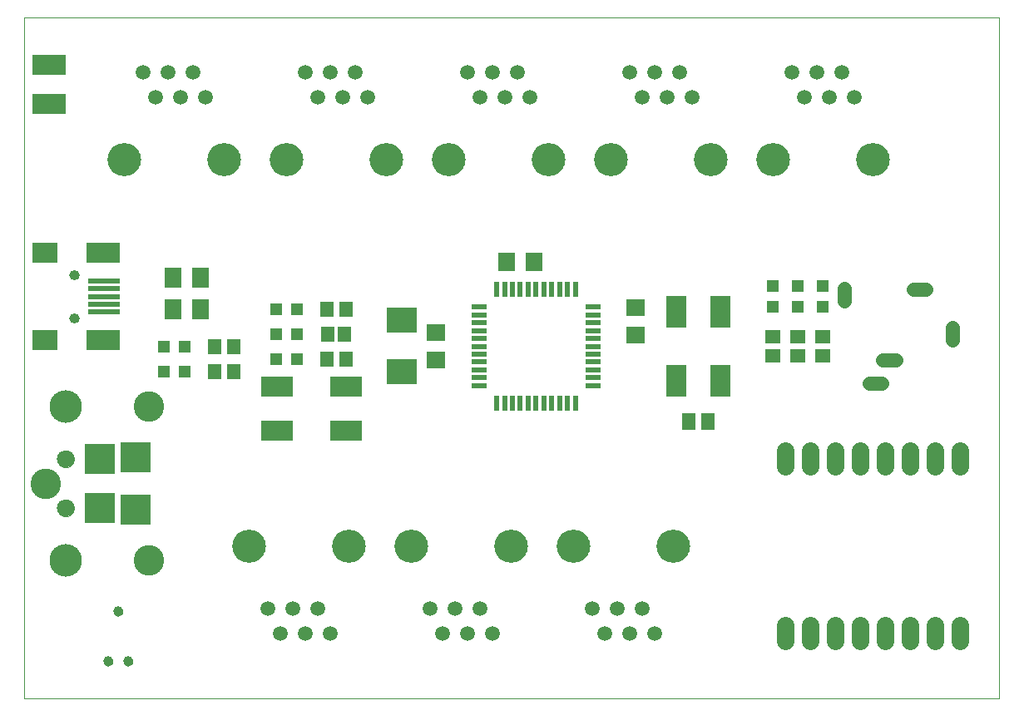
<source format=gts>
G75*
%MOIN*%
%OFA0B0*%
%FSLAX24Y24*%
%IPPOS*%
%LPD*%
%AMOC8*
5,1,8,0,0,1.08239X$1,22.5*
%
%ADD10C,0.0000*%
%ADD11C,0.0594*%
%ADD12C,0.1320*%
%ADD13C,0.1221*%
%ADD14C,0.1306*%
%ADD15R,0.1221X0.1221*%
%ADD16C,0.0709*%
%ADD17R,0.0512X0.0512*%
%ADD18R,0.0552X0.0631*%
%ADD19R,0.1379X0.0788*%
%ADD20R,0.0749X0.0670*%
%ADD21C,0.0390*%
%ADD22R,0.0237X0.0631*%
%ADD23R,0.0631X0.0237*%
%ADD24R,0.1290X0.0790*%
%ADD25R,0.0750X0.0670*%
%ADD26R,0.0552X0.0670*%
%ADD27R,0.0670X0.0749*%
%ADD28R,0.1221X0.1024*%
%ADD29R,0.1024X0.0827*%
%ADD30R,0.1339X0.0827*%
%ADD31R,0.1260X0.0237*%
%ADD32C,0.0394*%
%ADD33R,0.0670X0.0827*%
%ADD34R,0.0631X0.0552*%
%ADD35R,0.0790X0.1290*%
%ADD36C,0.0690*%
%ADD37C,0.0555*%
D10*
X012596Y000100D02*
X012596Y027396D01*
X051666Y027396D01*
X051666Y000100D01*
X012596Y000100D01*
X015771Y001575D02*
X015773Y001601D01*
X015779Y001627D01*
X015788Y001651D01*
X015801Y001674D01*
X015818Y001694D01*
X015837Y001712D01*
X015859Y001727D01*
X015882Y001738D01*
X015907Y001746D01*
X015933Y001750D01*
X015959Y001750D01*
X015985Y001746D01*
X016010Y001738D01*
X016034Y001727D01*
X016055Y001712D01*
X016074Y001694D01*
X016091Y001674D01*
X016104Y001651D01*
X016113Y001627D01*
X016119Y001601D01*
X016121Y001575D01*
X016119Y001549D01*
X016113Y001523D01*
X016104Y001499D01*
X016091Y001476D01*
X016074Y001456D01*
X016055Y001438D01*
X016033Y001423D01*
X016010Y001412D01*
X015985Y001404D01*
X015959Y001400D01*
X015933Y001400D01*
X015907Y001404D01*
X015882Y001412D01*
X015858Y001423D01*
X015837Y001438D01*
X015818Y001456D01*
X015801Y001476D01*
X015788Y001499D01*
X015779Y001523D01*
X015773Y001549D01*
X015771Y001575D01*
X016571Y001575D02*
X016573Y001601D01*
X016579Y001627D01*
X016588Y001651D01*
X016601Y001674D01*
X016618Y001694D01*
X016637Y001712D01*
X016659Y001727D01*
X016682Y001738D01*
X016707Y001746D01*
X016733Y001750D01*
X016759Y001750D01*
X016785Y001746D01*
X016810Y001738D01*
X016834Y001727D01*
X016855Y001712D01*
X016874Y001694D01*
X016891Y001674D01*
X016904Y001651D01*
X016913Y001627D01*
X016919Y001601D01*
X016921Y001575D01*
X016919Y001549D01*
X016913Y001523D01*
X016904Y001499D01*
X016891Y001476D01*
X016874Y001456D01*
X016855Y001438D01*
X016833Y001423D01*
X016810Y001412D01*
X016785Y001404D01*
X016759Y001400D01*
X016733Y001400D01*
X016707Y001404D01*
X016682Y001412D01*
X016658Y001423D01*
X016637Y001438D01*
X016618Y001456D01*
X016601Y001476D01*
X016588Y001499D01*
X016579Y001523D01*
X016573Y001549D01*
X016571Y001575D01*
X016171Y003575D02*
X016173Y003601D01*
X016179Y003627D01*
X016188Y003651D01*
X016201Y003674D01*
X016218Y003694D01*
X016237Y003712D01*
X016259Y003727D01*
X016282Y003738D01*
X016307Y003746D01*
X016333Y003750D01*
X016359Y003750D01*
X016385Y003746D01*
X016410Y003738D01*
X016434Y003727D01*
X016455Y003712D01*
X016474Y003694D01*
X016491Y003674D01*
X016504Y003651D01*
X016513Y003627D01*
X016519Y003601D01*
X016521Y003575D01*
X016519Y003549D01*
X016513Y003523D01*
X016504Y003499D01*
X016491Y003476D01*
X016474Y003456D01*
X016455Y003438D01*
X016433Y003423D01*
X016410Y003412D01*
X016385Y003404D01*
X016359Y003400D01*
X016333Y003400D01*
X016307Y003404D01*
X016282Y003412D01*
X016258Y003423D01*
X016237Y003438D01*
X016218Y003456D01*
X016201Y003476D01*
X016188Y003499D01*
X016179Y003523D01*
X016173Y003549D01*
X016171Y003575D01*
X020956Y006200D02*
X020958Y006250D01*
X020964Y006300D01*
X020974Y006349D01*
X020987Y006398D01*
X021005Y006445D01*
X021026Y006491D01*
X021050Y006534D01*
X021078Y006576D01*
X021109Y006616D01*
X021143Y006653D01*
X021180Y006687D01*
X021220Y006718D01*
X021262Y006746D01*
X021305Y006770D01*
X021351Y006791D01*
X021398Y006809D01*
X021447Y006822D01*
X021496Y006832D01*
X021546Y006838D01*
X021596Y006840D01*
X021646Y006838D01*
X021696Y006832D01*
X021745Y006822D01*
X021794Y006809D01*
X021841Y006791D01*
X021887Y006770D01*
X021930Y006746D01*
X021972Y006718D01*
X022012Y006687D01*
X022049Y006653D01*
X022083Y006616D01*
X022114Y006576D01*
X022142Y006534D01*
X022166Y006491D01*
X022187Y006445D01*
X022205Y006398D01*
X022218Y006349D01*
X022228Y006300D01*
X022234Y006250D01*
X022236Y006200D01*
X022234Y006150D01*
X022228Y006100D01*
X022218Y006051D01*
X022205Y006002D01*
X022187Y005955D01*
X022166Y005909D01*
X022142Y005866D01*
X022114Y005824D01*
X022083Y005784D01*
X022049Y005747D01*
X022012Y005713D01*
X021972Y005682D01*
X021930Y005654D01*
X021887Y005630D01*
X021841Y005609D01*
X021794Y005591D01*
X021745Y005578D01*
X021696Y005568D01*
X021646Y005562D01*
X021596Y005560D01*
X021546Y005562D01*
X021496Y005568D01*
X021447Y005578D01*
X021398Y005591D01*
X021351Y005609D01*
X021305Y005630D01*
X021262Y005654D01*
X021220Y005682D01*
X021180Y005713D01*
X021143Y005747D01*
X021109Y005784D01*
X021078Y005824D01*
X021050Y005866D01*
X021026Y005909D01*
X021005Y005955D01*
X020987Y006002D01*
X020974Y006051D01*
X020964Y006100D01*
X020958Y006150D01*
X020956Y006200D01*
X024956Y006200D02*
X024958Y006250D01*
X024964Y006300D01*
X024974Y006349D01*
X024987Y006398D01*
X025005Y006445D01*
X025026Y006491D01*
X025050Y006534D01*
X025078Y006576D01*
X025109Y006616D01*
X025143Y006653D01*
X025180Y006687D01*
X025220Y006718D01*
X025262Y006746D01*
X025305Y006770D01*
X025351Y006791D01*
X025398Y006809D01*
X025447Y006822D01*
X025496Y006832D01*
X025546Y006838D01*
X025596Y006840D01*
X025646Y006838D01*
X025696Y006832D01*
X025745Y006822D01*
X025794Y006809D01*
X025841Y006791D01*
X025887Y006770D01*
X025930Y006746D01*
X025972Y006718D01*
X026012Y006687D01*
X026049Y006653D01*
X026083Y006616D01*
X026114Y006576D01*
X026142Y006534D01*
X026166Y006491D01*
X026187Y006445D01*
X026205Y006398D01*
X026218Y006349D01*
X026228Y006300D01*
X026234Y006250D01*
X026236Y006200D01*
X026234Y006150D01*
X026228Y006100D01*
X026218Y006051D01*
X026205Y006002D01*
X026187Y005955D01*
X026166Y005909D01*
X026142Y005866D01*
X026114Y005824D01*
X026083Y005784D01*
X026049Y005747D01*
X026012Y005713D01*
X025972Y005682D01*
X025930Y005654D01*
X025887Y005630D01*
X025841Y005609D01*
X025794Y005591D01*
X025745Y005578D01*
X025696Y005568D01*
X025646Y005562D01*
X025596Y005560D01*
X025546Y005562D01*
X025496Y005568D01*
X025447Y005578D01*
X025398Y005591D01*
X025351Y005609D01*
X025305Y005630D01*
X025262Y005654D01*
X025220Y005682D01*
X025180Y005713D01*
X025143Y005747D01*
X025109Y005784D01*
X025078Y005824D01*
X025050Y005866D01*
X025026Y005909D01*
X025005Y005955D01*
X024987Y006002D01*
X024974Y006051D01*
X024964Y006100D01*
X024958Y006150D01*
X024956Y006200D01*
X027456Y006200D02*
X027458Y006250D01*
X027464Y006300D01*
X027474Y006349D01*
X027487Y006398D01*
X027505Y006445D01*
X027526Y006491D01*
X027550Y006534D01*
X027578Y006576D01*
X027609Y006616D01*
X027643Y006653D01*
X027680Y006687D01*
X027720Y006718D01*
X027762Y006746D01*
X027805Y006770D01*
X027851Y006791D01*
X027898Y006809D01*
X027947Y006822D01*
X027996Y006832D01*
X028046Y006838D01*
X028096Y006840D01*
X028146Y006838D01*
X028196Y006832D01*
X028245Y006822D01*
X028294Y006809D01*
X028341Y006791D01*
X028387Y006770D01*
X028430Y006746D01*
X028472Y006718D01*
X028512Y006687D01*
X028549Y006653D01*
X028583Y006616D01*
X028614Y006576D01*
X028642Y006534D01*
X028666Y006491D01*
X028687Y006445D01*
X028705Y006398D01*
X028718Y006349D01*
X028728Y006300D01*
X028734Y006250D01*
X028736Y006200D01*
X028734Y006150D01*
X028728Y006100D01*
X028718Y006051D01*
X028705Y006002D01*
X028687Y005955D01*
X028666Y005909D01*
X028642Y005866D01*
X028614Y005824D01*
X028583Y005784D01*
X028549Y005747D01*
X028512Y005713D01*
X028472Y005682D01*
X028430Y005654D01*
X028387Y005630D01*
X028341Y005609D01*
X028294Y005591D01*
X028245Y005578D01*
X028196Y005568D01*
X028146Y005562D01*
X028096Y005560D01*
X028046Y005562D01*
X027996Y005568D01*
X027947Y005578D01*
X027898Y005591D01*
X027851Y005609D01*
X027805Y005630D01*
X027762Y005654D01*
X027720Y005682D01*
X027680Y005713D01*
X027643Y005747D01*
X027609Y005784D01*
X027578Y005824D01*
X027550Y005866D01*
X027526Y005909D01*
X027505Y005955D01*
X027487Y006002D01*
X027474Y006051D01*
X027464Y006100D01*
X027458Y006150D01*
X027456Y006200D01*
X031456Y006200D02*
X031458Y006250D01*
X031464Y006300D01*
X031474Y006349D01*
X031487Y006398D01*
X031505Y006445D01*
X031526Y006491D01*
X031550Y006534D01*
X031578Y006576D01*
X031609Y006616D01*
X031643Y006653D01*
X031680Y006687D01*
X031720Y006718D01*
X031762Y006746D01*
X031805Y006770D01*
X031851Y006791D01*
X031898Y006809D01*
X031947Y006822D01*
X031996Y006832D01*
X032046Y006838D01*
X032096Y006840D01*
X032146Y006838D01*
X032196Y006832D01*
X032245Y006822D01*
X032294Y006809D01*
X032341Y006791D01*
X032387Y006770D01*
X032430Y006746D01*
X032472Y006718D01*
X032512Y006687D01*
X032549Y006653D01*
X032583Y006616D01*
X032614Y006576D01*
X032642Y006534D01*
X032666Y006491D01*
X032687Y006445D01*
X032705Y006398D01*
X032718Y006349D01*
X032728Y006300D01*
X032734Y006250D01*
X032736Y006200D01*
X032734Y006150D01*
X032728Y006100D01*
X032718Y006051D01*
X032705Y006002D01*
X032687Y005955D01*
X032666Y005909D01*
X032642Y005866D01*
X032614Y005824D01*
X032583Y005784D01*
X032549Y005747D01*
X032512Y005713D01*
X032472Y005682D01*
X032430Y005654D01*
X032387Y005630D01*
X032341Y005609D01*
X032294Y005591D01*
X032245Y005578D01*
X032196Y005568D01*
X032146Y005562D01*
X032096Y005560D01*
X032046Y005562D01*
X031996Y005568D01*
X031947Y005578D01*
X031898Y005591D01*
X031851Y005609D01*
X031805Y005630D01*
X031762Y005654D01*
X031720Y005682D01*
X031680Y005713D01*
X031643Y005747D01*
X031609Y005784D01*
X031578Y005824D01*
X031550Y005866D01*
X031526Y005909D01*
X031505Y005955D01*
X031487Y006002D01*
X031474Y006051D01*
X031464Y006100D01*
X031458Y006150D01*
X031456Y006200D01*
X033956Y006200D02*
X033958Y006250D01*
X033964Y006300D01*
X033974Y006349D01*
X033987Y006398D01*
X034005Y006445D01*
X034026Y006491D01*
X034050Y006534D01*
X034078Y006576D01*
X034109Y006616D01*
X034143Y006653D01*
X034180Y006687D01*
X034220Y006718D01*
X034262Y006746D01*
X034305Y006770D01*
X034351Y006791D01*
X034398Y006809D01*
X034447Y006822D01*
X034496Y006832D01*
X034546Y006838D01*
X034596Y006840D01*
X034646Y006838D01*
X034696Y006832D01*
X034745Y006822D01*
X034794Y006809D01*
X034841Y006791D01*
X034887Y006770D01*
X034930Y006746D01*
X034972Y006718D01*
X035012Y006687D01*
X035049Y006653D01*
X035083Y006616D01*
X035114Y006576D01*
X035142Y006534D01*
X035166Y006491D01*
X035187Y006445D01*
X035205Y006398D01*
X035218Y006349D01*
X035228Y006300D01*
X035234Y006250D01*
X035236Y006200D01*
X035234Y006150D01*
X035228Y006100D01*
X035218Y006051D01*
X035205Y006002D01*
X035187Y005955D01*
X035166Y005909D01*
X035142Y005866D01*
X035114Y005824D01*
X035083Y005784D01*
X035049Y005747D01*
X035012Y005713D01*
X034972Y005682D01*
X034930Y005654D01*
X034887Y005630D01*
X034841Y005609D01*
X034794Y005591D01*
X034745Y005578D01*
X034696Y005568D01*
X034646Y005562D01*
X034596Y005560D01*
X034546Y005562D01*
X034496Y005568D01*
X034447Y005578D01*
X034398Y005591D01*
X034351Y005609D01*
X034305Y005630D01*
X034262Y005654D01*
X034220Y005682D01*
X034180Y005713D01*
X034143Y005747D01*
X034109Y005784D01*
X034078Y005824D01*
X034050Y005866D01*
X034026Y005909D01*
X034005Y005955D01*
X033987Y006002D01*
X033974Y006051D01*
X033964Y006100D01*
X033958Y006150D01*
X033956Y006200D01*
X037956Y006200D02*
X037958Y006250D01*
X037964Y006300D01*
X037974Y006349D01*
X037987Y006398D01*
X038005Y006445D01*
X038026Y006491D01*
X038050Y006534D01*
X038078Y006576D01*
X038109Y006616D01*
X038143Y006653D01*
X038180Y006687D01*
X038220Y006718D01*
X038262Y006746D01*
X038305Y006770D01*
X038351Y006791D01*
X038398Y006809D01*
X038447Y006822D01*
X038496Y006832D01*
X038546Y006838D01*
X038596Y006840D01*
X038646Y006838D01*
X038696Y006832D01*
X038745Y006822D01*
X038794Y006809D01*
X038841Y006791D01*
X038887Y006770D01*
X038930Y006746D01*
X038972Y006718D01*
X039012Y006687D01*
X039049Y006653D01*
X039083Y006616D01*
X039114Y006576D01*
X039142Y006534D01*
X039166Y006491D01*
X039187Y006445D01*
X039205Y006398D01*
X039218Y006349D01*
X039228Y006300D01*
X039234Y006250D01*
X039236Y006200D01*
X039234Y006150D01*
X039228Y006100D01*
X039218Y006051D01*
X039205Y006002D01*
X039187Y005955D01*
X039166Y005909D01*
X039142Y005866D01*
X039114Y005824D01*
X039083Y005784D01*
X039049Y005747D01*
X039012Y005713D01*
X038972Y005682D01*
X038930Y005654D01*
X038887Y005630D01*
X038841Y005609D01*
X038794Y005591D01*
X038745Y005578D01*
X038696Y005568D01*
X038646Y005562D01*
X038596Y005560D01*
X038546Y005562D01*
X038496Y005568D01*
X038447Y005578D01*
X038398Y005591D01*
X038351Y005609D01*
X038305Y005630D01*
X038262Y005654D01*
X038220Y005682D01*
X038180Y005713D01*
X038143Y005747D01*
X038109Y005784D01*
X038078Y005824D01*
X038050Y005866D01*
X038026Y005909D01*
X038005Y005955D01*
X037987Y006002D01*
X037974Y006051D01*
X037964Y006100D01*
X037958Y006150D01*
X037956Y006200D01*
X014419Y015334D02*
X014421Y015360D01*
X014427Y015386D01*
X014437Y015411D01*
X014450Y015434D01*
X014466Y015454D01*
X014486Y015472D01*
X014508Y015487D01*
X014531Y015499D01*
X014557Y015507D01*
X014583Y015511D01*
X014609Y015511D01*
X014635Y015507D01*
X014661Y015499D01*
X014685Y015487D01*
X014706Y015472D01*
X014726Y015454D01*
X014742Y015434D01*
X014755Y015411D01*
X014765Y015386D01*
X014771Y015360D01*
X014773Y015334D01*
X014771Y015308D01*
X014765Y015282D01*
X014755Y015257D01*
X014742Y015234D01*
X014726Y015214D01*
X014706Y015196D01*
X014684Y015181D01*
X014661Y015169D01*
X014635Y015161D01*
X014609Y015157D01*
X014583Y015157D01*
X014557Y015161D01*
X014531Y015169D01*
X014507Y015181D01*
X014486Y015196D01*
X014466Y015214D01*
X014450Y015234D01*
X014437Y015257D01*
X014427Y015282D01*
X014421Y015308D01*
X014419Y015334D01*
X014419Y017066D02*
X014421Y017092D01*
X014427Y017118D01*
X014437Y017143D01*
X014450Y017166D01*
X014466Y017186D01*
X014486Y017204D01*
X014508Y017219D01*
X014531Y017231D01*
X014557Y017239D01*
X014583Y017243D01*
X014609Y017243D01*
X014635Y017239D01*
X014661Y017231D01*
X014685Y017219D01*
X014706Y017204D01*
X014726Y017186D01*
X014742Y017166D01*
X014755Y017143D01*
X014765Y017118D01*
X014771Y017092D01*
X014773Y017066D01*
X014771Y017040D01*
X014765Y017014D01*
X014755Y016989D01*
X014742Y016966D01*
X014726Y016946D01*
X014706Y016928D01*
X014684Y016913D01*
X014661Y016901D01*
X014635Y016893D01*
X014609Y016889D01*
X014583Y016889D01*
X014557Y016893D01*
X014531Y016901D01*
X014507Y016913D01*
X014486Y016928D01*
X014466Y016946D01*
X014450Y016966D01*
X014437Y016989D01*
X014427Y017014D01*
X014421Y017040D01*
X014419Y017066D01*
X015956Y021700D02*
X015958Y021750D01*
X015964Y021800D01*
X015974Y021849D01*
X015987Y021898D01*
X016005Y021945D01*
X016026Y021991D01*
X016050Y022034D01*
X016078Y022076D01*
X016109Y022116D01*
X016143Y022153D01*
X016180Y022187D01*
X016220Y022218D01*
X016262Y022246D01*
X016305Y022270D01*
X016351Y022291D01*
X016398Y022309D01*
X016447Y022322D01*
X016496Y022332D01*
X016546Y022338D01*
X016596Y022340D01*
X016646Y022338D01*
X016696Y022332D01*
X016745Y022322D01*
X016794Y022309D01*
X016841Y022291D01*
X016887Y022270D01*
X016930Y022246D01*
X016972Y022218D01*
X017012Y022187D01*
X017049Y022153D01*
X017083Y022116D01*
X017114Y022076D01*
X017142Y022034D01*
X017166Y021991D01*
X017187Y021945D01*
X017205Y021898D01*
X017218Y021849D01*
X017228Y021800D01*
X017234Y021750D01*
X017236Y021700D01*
X017234Y021650D01*
X017228Y021600D01*
X017218Y021551D01*
X017205Y021502D01*
X017187Y021455D01*
X017166Y021409D01*
X017142Y021366D01*
X017114Y021324D01*
X017083Y021284D01*
X017049Y021247D01*
X017012Y021213D01*
X016972Y021182D01*
X016930Y021154D01*
X016887Y021130D01*
X016841Y021109D01*
X016794Y021091D01*
X016745Y021078D01*
X016696Y021068D01*
X016646Y021062D01*
X016596Y021060D01*
X016546Y021062D01*
X016496Y021068D01*
X016447Y021078D01*
X016398Y021091D01*
X016351Y021109D01*
X016305Y021130D01*
X016262Y021154D01*
X016220Y021182D01*
X016180Y021213D01*
X016143Y021247D01*
X016109Y021284D01*
X016078Y021324D01*
X016050Y021366D01*
X016026Y021409D01*
X016005Y021455D01*
X015987Y021502D01*
X015974Y021551D01*
X015964Y021600D01*
X015958Y021650D01*
X015956Y021700D01*
X019956Y021700D02*
X019958Y021750D01*
X019964Y021800D01*
X019974Y021849D01*
X019987Y021898D01*
X020005Y021945D01*
X020026Y021991D01*
X020050Y022034D01*
X020078Y022076D01*
X020109Y022116D01*
X020143Y022153D01*
X020180Y022187D01*
X020220Y022218D01*
X020262Y022246D01*
X020305Y022270D01*
X020351Y022291D01*
X020398Y022309D01*
X020447Y022322D01*
X020496Y022332D01*
X020546Y022338D01*
X020596Y022340D01*
X020646Y022338D01*
X020696Y022332D01*
X020745Y022322D01*
X020794Y022309D01*
X020841Y022291D01*
X020887Y022270D01*
X020930Y022246D01*
X020972Y022218D01*
X021012Y022187D01*
X021049Y022153D01*
X021083Y022116D01*
X021114Y022076D01*
X021142Y022034D01*
X021166Y021991D01*
X021187Y021945D01*
X021205Y021898D01*
X021218Y021849D01*
X021228Y021800D01*
X021234Y021750D01*
X021236Y021700D01*
X021234Y021650D01*
X021228Y021600D01*
X021218Y021551D01*
X021205Y021502D01*
X021187Y021455D01*
X021166Y021409D01*
X021142Y021366D01*
X021114Y021324D01*
X021083Y021284D01*
X021049Y021247D01*
X021012Y021213D01*
X020972Y021182D01*
X020930Y021154D01*
X020887Y021130D01*
X020841Y021109D01*
X020794Y021091D01*
X020745Y021078D01*
X020696Y021068D01*
X020646Y021062D01*
X020596Y021060D01*
X020546Y021062D01*
X020496Y021068D01*
X020447Y021078D01*
X020398Y021091D01*
X020351Y021109D01*
X020305Y021130D01*
X020262Y021154D01*
X020220Y021182D01*
X020180Y021213D01*
X020143Y021247D01*
X020109Y021284D01*
X020078Y021324D01*
X020050Y021366D01*
X020026Y021409D01*
X020005Y021455D01*
X019987Y021502D01*
X019974Y021551D01*
X019964Y021600D01*
X019958Y021650D01*
X019956Y021700D01*
X022456Y021700D02*
X022458Y021750D01*
X022464Y021800D01*
X022474Y021849D01*
X022487Y021898D01*
X022505Y021945D01*
X022526Y021991D01*
X022550Y022034D01*
X022578Y022076D01*
X022609Y022116D01*
X022643Y022153D01*
X022680Y022187D01*
X022720Y022218D01*
X022762Y022246D01*
X022805Y022270D01*
X022851Y022291D01*
X022898Y022309D01*
X022947Y022322D01*
X022996Y022332D01*
X023046Y022338D01*
X023096Y022340D01*
X023146Y022338D01*
X023196Y022332D01*
X023245Y022322D01*
X023294Y022309D01*
X023341Y022291D01*
X023387Y022270D01*
X023430Y022246D01*
X023472Y022218D01*
X023512Y022187D01*
X023549Y022153D01*
X023583Y022116D01*
X023614Y022076D01*
X023642Y022034D01*
X023666Y021991D01*
X023687Y021945D01*
X023705Y021898D01*
X023718Y021849D01*
X023728Y021800D01*
X023734Y021750D01*
X023736Y021700D01*
X023734Y021650D01*
X023728Y021600D01*
X023718Y021551D01*
X023705Y021502D01*
X023687Y021455D01*
X023666Y021409D01*
X023642Y021366D01*
X023614Y021324D01*
X023583Y021284D01*
X023549Y021247D01*
X023512Y021213D01*
X023472Y021182D01*
X023430Y021154D01*
X023387Y021130D01*
X023341Y021109D01*
X023294Y021091D01*
X023245Y021078D01*
X023196Y021068D01*
X023146Y021062D01*
X023096Y021060D01*
X023046Y021062D01*
X022996Y021068D01*
X022947Y021078D01*
X022898Y021091D01*
X022851Y021109D01*
X022805Y021130D01*
X022762Y021154D01*
X022720Y021182D01*
X022680Y021213D01*
X022643Y021247D01*
X022609Y021284D01*
X022578Y021324D01*
X022550Y021366D01*
X022526Y021409D01*
X022505Y021455D01*
X022487Y021502D01*
X022474Y021551D01*
X022464Y021600D01*
X022458Y021650D01*
X022456Y021700D01*
X026456Y021700D02*
X026458Y021750D01*
X026464Y021800D01*
X026474Y021849D01*
X026487Y021898D01*
X026505Y021945D01*
X026526Y021991D01*
X026550Y022034D01*
X026578Y022076D01*
X026609Y022116D01*
X026643Y022153D01*
X026680Y022187D01*
X026720Y022218D01*
X026762Y022246D01*
X026805Y022270D01*
X026851Y022291D01*
X026898Y022309D01*
X026947Y022322D01*
X026996Y022332D01*
X027046Y022338D01*
X027096Y022340D01*
X027146Y022338D01*
X027196Y022332D01*
X027245Y022322D01*
X027294Y022309D01*
X027341Y022291D01*
X027387Y022270D01*
X027430Y022246D01*
X027472Y022218D01*
X027512Y022187D01*
X027549Y022153D01*
X027583Y022116D01*
X027614Y022076D01*
X027642Y022034D01*
X027666Y021991D01*
X027687Y021945D01*
X027705Y021898D01*
X027718Y021849D01*
X027728Y021800D01*
X027734Y021750D01*
X027736Y021700D01*
X027734Y021650D01*
X027728Y021600D01*
X027718Y021551D01*
X027705Y021502D01*
X027687Y021455D01*
X027666Y021409D01*
X027642Y021366D01*
X027614Y021324D01*
X027583Y021284D01*
X027549Y021247D01*
X027512Y021213D01*
X027472Y021182D01*
X027430Y021154D01*
X027387Y021130D01*
X027341Y021109D01*
X027294Y021091D01*
X027245Y021078D01*
X027196Y021068D01*
X027146Y021062D01*
X027096Y021060D01*
X027046Y021062D01*
X026996Y021068D01*
X026947Y021078D01*
X026898Y021091D01*
X026851Y021109D01*
X026805Y021130D01*
X026762Y021154D01*
X026720Y021182D01*
X026680Y021213D01*
X026643Y021247D01*
X026609Y021284D01*
X026578Y021324D01*
X026550Y021366D01*
X026526Y021409D01*
X026505Y021455D01*
X026487Y021502D01*
X026474Y021551D01*
X026464Y021600D01*
X026458Y021650D01*
X026456Y021700D01*
X028956Y021700D02*
X028958Y021750D01*
X028964Y021800D01*
X028974Y021849D01*
X028987Y021898D01*
X029005Y021945D01*
X029026Y021991D01*
X029050Y022034D01*
X029078Y022076D01*
X029109Y022116D01*
X029143Y022153D01*
X029180Y022187D01*
X029220Y022218D01*
X029262Y022246D01*
X029305Y022270D01*
X029351Y022291D01*
X029398Y022309D01*
X029447Y022322D01*
X029496Y022332D01*
X029546Y022338D01*
X029596Y022340D01*
X029646Y022338D01*
X029696Y022332D01*
X029745Y022322D01*
X029794Y022309D01*
X029841Y022291D01*
X029887Y022270D01*
X029930Y022246D01*
X029972Y022218D01*
X030012Y022187D01*
X030049Y022153D01*
X030083Y022116D01*
X030114Y022076D01*
X030142Y022034D01*
X030166Y021991D01*
X030187Y021945D01*
X030205Y021898D01*
X030218Y021849D01*
X030228Y021800D01*
X030234Y021750D01*
X030236Y021700D01*
X030234Y021650D01*
X030228Y021600D01*
X030218Y021551D01*
X030205Y021502D01*
X030187Y021455D01*
X030166Y021409D01*
X030142Y021366D01*
X030114Y021324D01*
X030083Y021284D01*
X030049Y021247D01*
X030012Y021213D01*
X029972Y021182D01*
X029930Y021154D01*
X029887Y021130D01*
X029841Y021109D01*
X029794Y021091D01*
X029745Y021078D01*
X029696Y021068D01*
X029646Y021062D01*
X029596Y021060D01*
X029546Y021062D01*
X029496Y021068D01*
X029447Y021078D01*
X029398Y021091D01*
X029351Y021109D01*
X029305Y021130D01*
X029262Y021154D01*
X029220Y021182D01*
X029180Y021213D01*
X029143Y021247D01*
X029109Y021284D01*
X029078Y021324D01*
X029050Y021366D01*
X029026Y021409D01*
X029005Y021455D01*
X028987Y021502D01*
X028974Y021551D01*
X028964Y021600D01*
X028958Y021650D01*
X028956Y021700D01*
X032956Y021700D02*
X032958Y021750D01*
X032964Y021800D01*
X032974Y021849D01*
X032987Y021898D01*
X033005Y021945D01*
X033026Y021991D01*
X033050Y022034D01*
X033078Y022076D01*
X033109Y022116D01*
X033143Y022153D01*
X033180Y022187D01*
X033220Y022218D01*
X033262Y022246D01*
X033305Y022270D01*
X033351Y022291D01*
X033398Y022309D01*
X033447Y022322D01*
X033496Y022332D01*
X033546Y022338D01*
X033596Y022340D01*
X033646Y022338D01*
X033696Y022332D01*
X033745Y022322D01*
X033794Y022309D01*
X033841Y022291D01*
X033887Y022270D01*
X033930Y022246D01*
X033972Y022218D01*
X034012Y022187D01*
X034049Y022153D01*
X034083Y022116D01*
X034114Y022076D01*
X034142Y022034D01*
X034166Y021991D01*
X034187Y021945D01*
X034205Y021898D01*
X034218Y021849D01*
X034228Y021800D01*
X034234Y021750D01*
X034236Y021700D01*
X034234Y021650D01*
X034228Y021600D01*
X034218Y021551D01*
X034205Y021502D01*
X034187Y021455D01*
X034166Y021409D01*
X034142Y021366D01*
X034114Y021324D01*
X034083Y021284D01*
X034049Y021247D01*
X034012Y021213D01*
X033972Y021182D01*
X033930Y021154D01*
X033887Y021130D01*
X033841Y021109D01*
X033794Y021091D01*
X033745Y021078D01*
X033696Y021068D01*
X033646Y021062D01*
X033596Y021060D01*
X033546Y021062D01*
X033496Y021068D01*
X033447Y021078D01*
X033398Y021091D01*
X033351Y021109D01*
X033305Y021130D01*
X033262Y021154D01*
X033220Y021182D01*
X033180Y021213D01*
X033143Y021247D01*
X033109Y021284D01*
X033078Y021324D01*
X033050Y021366D01*
X033026Y021409D01*
X033005Y021455D01*
X032987Y021502D01*
X032974Y021551D01*
X032964Y021600D01*
X032958Y021650D01*
X032956Y021700D01*
X035456Y021700D02*
X035458Y021750D01*
X035464Y021800D01*
X035474Y021849D01*
X035487Y021898D01*
X035505Y021945D01*
X035526Y021991D01*
X035550Y022034D01*
X035578Y022076D01*
X035609Y022116D01*
X035643Y022153D01*
X035680Y022187D01*
X035720Y022218D01*
X035762Y022246D01*
X035805Y022270D01*
X035851Y022291D01*
X035898Y022309D01*
X035947Y022322D01*
X035996Y022332D01*
X036046Y022338D01*
X036096Y022340D01*
X036146Y022338D01*
X036196Y022332D01*
X036245Y022322D01*
X036294Y022309D01*
X036341Y022291D01*
X036387Y022270D01*
X036430Y022246D01*
X036472Y022218D01*
X036512Y022187D01*
X036549Y022153D01*
X036583Y022116D01*
X036614Y022076D01*
X036642Y022034D01*
X036666Y021991D01*
X036687Y021945D01*
X036705Y021898D01*
X036718Y021849D01*
X036728Y021800D01*
X036734Y021750D01*
X036736Y021700D01*
X036734Y021650D01*
X036728Y021600D01*
X036718Y021551D01*
X036705Y021502D01*
X036687Y021455D01*
X036666Y021409D01*
X036642Y021366D01*
X036614Y021324D01*
X036583Y021284D01*
X036549Y021247D01*
X036512Y021213D01*
X036472Y021182D01*
X036430Y021154D01*
X036387Y021130D01*
X036341Y021109D01*
X036294Y021091D01*
X036245Y021078D01*
X036196Y021068D01*
X036146Y021062D01*
X036096Y021060D01*
X036046Y021062D01*
X035996Y021068D01*
X035947Y021078D01*
X035898Y021091D01*
X035851Y021109D01*
X035805Y021130D01*
X035762Y021154D01*
X035720Y021182D01*
X035680Y021213D01*
X035643Y021247D01*
X035609Y021284D01*
X035578Y021324D01*
X035550Y021366D01*
X035526Y021409D01*
X035505Y021455D01*
X035487Y021502D01*
X035474Y021551D01*
X035464Y021600D01*
X035458Y021650D01*
X035456Y021700D01*
X039456Y021700D02*
X039458Y021750D01*
X039464Y021800D01*
X039474Y021849D01*
X039487Y021898D01*
X039505Y021945D01*
X039526Y021991D01*
X039550Y022034D01*
X039578Y022076D01*
X039609Y022116D01*
X039643Y022153D01*
X039680Y022187D01*
X039720Y022218D01*
X039762Y022246D01*
X039805Y022270D01*
X039851Y022291D01*
X039898Y022309D01*
X039947Y022322D01*
X039996Y022332D01*
X040046Y022338D01*
X040096Y022340D01*
X040146Y022338D01*
X040196Y022332D01*
X040245Y022322D01*
X040294Y022309D01*
X040341Y022291D01*
X040387Y022270D01*
X040430Y022246D01*
X040472Y022218D01*
X040512Y022187D01*
X040549Y022153D01*
X040583Y022116D01*
X040614Y022076D01*
X040642Y022034D01*
X040666Y021991D01*
X040687Y021945D01*
X040705Y021898D01*
X040718Y021849D01*
X040728Y021800D01*
X040734Y021750D01*
X040736Y021700D01*
X040734Y021650D01*
X040728Y021600D01*
X040718Y021551D01*
X040705Y021502D01*
X040687Y021455D01*
X040666Y021409D01*
X040642Y021366D01*
X040614Y021324D01*
X040583Y021284D01*
X040549Y021247D01*
X040512Y021213D01*
X040472Y021182D01*
X040430Y021154D01*
X040387Y021130D01*
X040341Y021109D01*
X040294Y021091D01*
X040245Y021078D01*
X040196Y021068D01*
X040146Y021062D01*
X040096Y021060D01*
X040046Y021062D01*
X039996Y021068D01*
X039947Y021078D01*
X039898Y021091D01*
X039851Y021109D01*
X039805Y021130D01*
X039762Y021154D01*
X039720Y021182D01*
X039680Y021213D01*
X039643Y021247D01*
X039609Y021284D01*
X039578Y021324D01*
X039550Y021366D01*
X039526Y021409D01*
X039505Y021455D01*
X039487Y021502D01*
X039474Y021551D01*
X039464Y021600D01*
X039458Y021650D01*
X039456Y021700D01*
X041956Y021700D02*
X041958Y021750D01*
X041964Y021800D01*
X041974Y021849D01*
X041987Y021898D01*
X042005Y021945D01*
X042026Y021991D01*
X042050Y022034D01*
X042078Y022076D01*
X042109Y022116D01*
X042143Y022153D01*
X042180Y022187D01*
X042220Y022218D01*
X042262Y022246D01*
X042305Y022270D01*
X042351Y022291D01*
X042398Y022309D01*
X042447Y022322D01*
X042496Y022332D01*
X042546Y022338D01*
X042596Y022340D01*
X042646Y022338D01*
X042696Y022332D01*
X042745Y022322D01*
X042794Y022309D01*
X042841Y022291D01*
X042887Y022270D01*
X042930Y022246D01*
X042972Y022218D01*
X043012Y022187D01*
X043049Y022153D01*
X043083Y022116D01*
X043114Y022076D01*
X043142Y022034D01*
X043166Y021991D01*
X043187Y021945D01*
X043205Y021898D01*
X043218Y021849D01*
X043228Y021800D01*
X043234Y021750D01*
X043236Y021700D01*
X043234Y021650D01*
X043228Y021600D01*
X043218Y021551D01*
X043205Y021502D01*
X043187Y021455D01*
X043166Y021409D01*
X043142Y021366D01*
X043114Y021324D01*
X043083Y021284D01*
X043049Y021247D01*
X043012Y021213D01*
X042972Y021182D01*
X042930Y021154D01*
X042887Y021130D01*
X042841Y021109D01*
X042794Y021091D01*
X042745Y021078D01*
X042696Y021068D01*
X042646Y021062D01*
X042596Y021060D01*
X042546Y021062D01*
X042496Y021068D01*
X042447Y021078D01*
X042398Y021091D01*
X042351Y021109D01*
X042305Y021130D01*
X042262Y021154D01*
X042220Y021182D01*
X042180Y021213D01*
X042143Y021247D01*
X042109Y021284D01*
X042078Y021324D01*
X042050Y021366D01*
X042026Y021409D01*
X042005Y021455D01*
X041987Y021502D01*
X041974Y021551D01*
X041964Y021600D01*
X041958Y021650D01*
X041956Y021700D01*
X045956Y021700D02*
X045958Y021750D01*
X045964Y021800D01*
X045974Y021849D01*
X045987Y021898D01*
X046005Y021945D01*
X046026Y021991D01*
X046050Y022034D01*
X046078Y022076D01*
X046109Y022116D01*
X046143Y022153D01*
X046180Y022187D01*
X046220Y022218D01*
X046262Y022246D01*
X046305Y022270D01*
X046351Y022291D01*
X046398Y022309D01*
X046447Y022322D01*
X046496Y022332D01*
X046546Y022338D01*
X046596Y022340D01*
X046646Y022338D01*
X046696Y022332D01*
X046745Y022322D01*
X046794Y022309D01*
X046841Y022291D01*
X046887Y022270D01*
X046930Y022246D01*
X046972Y022218D01*
X047012Y022187D01*
X047049Y022153D01*
X047083Y022116D01*
X047114Y022076D01*
X047142Y022034D01*
X047166Y021991D01*
X047187Y021945D01*
X047205Y021898D01*
X047218Y021849D01*
X047228Y021800D01*
X047234Y021750D01*
X047236Y021700D01*
X047234Y021650D01*
X047228Y021600D01*
X047218Y021551D01*
X047205Y021502D01*
X047187Y021455D01*
X047166Y021409D01*
X047142Y021366D01*
X047114Y021324D01*
X047083Y021284D01*
X047049Y021247D01*
X047012Y021213D01*
X046972Y021182D01*
X046930Y021154D01*
X046887Y021130D01*
X046841Y021109D01*
X046794Y021091D01*
X046745Y021078D01*
X046696Y021068D01*
X046646Y021062D01*
X046596Y021060D01*
X046546Y021062D01*
X046496Y021068D01*
X046447Y021078D01*
X046398Y021091D01*
X046351Y021109D01*
X046305Y021130D01*
X046262Y021154D01*
X046220Y021182D01*
X046180Y021213D01*
X046143Y021247D01*
X046109Y021284D01*
X046078Y021324D01*
X046050Y021366D01*
X046026Y021409D01*
X046005Y021455D01*
X045987Y021502D01*
X045974Y021551D01*
X045964Y021600D01*
X045958Y021650D01*
X045956Y021700D01*
X013915Y009684D02*
X013917Y009720D01*
X013923Y009756D01*
X013933Y009791D01*
X013946Y009825D01*
X013963Y009857D01*
X013983Y009887D01*
X014007Y009914D01*
X014033Y009939D01*
X014062Y009961D01*
X014093Y009980D01*
X014126Y009995D01*
X014160Y010007D01*
X014196Y010015D01*
X014232Y010019D01*
X014268Y010019D01*
X014304Y010015D01*
X014340Y010007D01*
X014374Y009995D01*
X014407Y009980D01*
X014438Y009961D01*
X014467Y009939D01*
X014493Y009914D01*
X014517Y009887D01*
X014537Y009857D01*
X014554Y009825D01*
X014567Y009791D01*
X014577Y009756D01*
X014583Y009720D01*
X014585Y009684D01*
X014583Y009648D01*
X014577Y009612D01*
X014567Y009577D01*
X014554Y009543D01*
X014537Y009511D01*
X014517Y009481D01*
X014493Y009454D01*
X014467Y009429D01*
X014438Y009407D01*
X014407Y009388D01*
X014374Y009373D01*
X014340Y009361D01*
X014304Y009353D01*
X014268Y009349D01*
X014232Y009349D01*
X014196Y009353D01*
X014160Y009361D01*
X014126Y009373D01*
X014093Y009388D01*
X014062Y009407D01*
X014033Y009429D01*
X014007Y009454D01*
X013983Y009481D01*
X013963Y009511D01*
X013946Y009543D01*
X013933Y009577D01*
X013923Y009612D01*
X013917Y009648D01*
X013915Y009684D01*
X013915Y007716D02*
X013917Y007752D01*
X013923Y007788D01*
X013933Y007823D01*
X013946Y007857D01*
X013963Y007889D01*
X013983Y007919D01*
X014007Y007946D01*
X014033Y007971D01*
X014062Y007993D01*
X014093Y008012D01*
X014126Y008027D01*
X014160Y008039D01*
X014196Y008047D01*
X014232Y008051D01*
X014268Y008051D01*
X014304Y008047D01*
X014340Y008039D01*
X014374Y008027D01*
X014407Y008012D01*
X014438Y007993D01*
X014467Y007971D01*
X014493Y007946D01*
X014517Y007919D01*
X014537Y007889D01*
X014554Y007857D01*
X014567Y007823D01*
X014577Y007788D01*
X014583Y007752D01*
X014585Y007716D01*
X014583Y007680D01*
X014577Y007644D01*
X014567Y007609D01*
X014554Y007575D01*
X014537Y007543D01*
X014517Y007513D01*
X014493Y007486D01*
X014467Y007461D01*
X014438Y007439D01*
X014407Y007420D01*
X014374Y007405D01*
X014340Y007393D01*
X014304Y007385D01*
X014268Y007381D01*
X014232Y007381D01*
X014196Y007385D01*
X014160Y007393D01*
X014126Y007405D01*
X014093Y007420D01*
X014062Y007439D01*
X014033Y007461D01*
X014007Y007486D01*
X013983Y007513D01*
X013963Y007543D01*
X013946Y007575D01*
X013933Y007609D01*
X013923Y007644D01*
X013917Y007680D01*
X013915Y007716D01*
D11*
X022346Y003700D03*
X023346Y003700D03*
X024346Y003700D03*
X023846Y002700D03*
X022846Y002700D03*
X024846Y002700D03*
X028846Y003700D03*
X029846Y003700D03*
X030846Y003700D03*
X030346Y002700D03*
X029346Y002700D03*
X031346Y002700D03*
X035346Y003700D03*
X036346Y003700D03*
X037346Y003700D03*
X036846Y002700D03*
X035846Y002700D03*
X037846Y002700D03*
X037346Y024200D03*
X038346Y024200D03*
X039346Y024200D03*
X038846Y025200D03*
X037846Y025200D03*
X036846Y025200D03*
X032846Y024200D03*
X031846Y024200D03*
X030846Y024200D03*
X030346Y025200D03*
X031346Y025200D03*
X032346Y025200D03*
X026346Y024200D03*
X025346Y024200D03*
X024346Y024200D03*
X023846Y025200D03*
X024846Y025200D03*
X025846Y025200D03*
X019846Y024200D03*
X018846Y024200D03*
X017846Y024200D03*
X017346Y025200D03*
X018346Y025200D03*
X019346Y025200D03*
X043346Y025200D03*
X044346Y025200D03*
X045346Y025200D03*
X044846Y024200D03*
X043846Y024200D03*
X045846Y024200D03*
D12*
X046596Y021700D03*
X042596Y021700D03*
X040096Y021700D03*
X036096Y021700D03*
X033596Y021700D03*
X029596Y021700D03*
X027096Y021700D03*
X023096Y021700D03*
X020596Y021700D03*
X016596Y021700D03*
X021596Y006200D03*
X025596Y006200D03*
X028096Y006200D03*
X032096Y006200D03*
X034596Y006200D03*
X038596Y006200D03*
D13*
X017596Y005629D03*
X013462Y008700D03*
X017596Y011771D03*
D14*
X014250Y011771D03*
X014250Y005629D03*
D15*
X015628Y007716D03*
X017065Y007637D03*
X017065Y009763D03*
X015628Y009684D03*
D16*
X014250Y009684D03*
X014250Y007716D03*
D17*
X018183Y013200D03*
X019010Y013200D03*
X019010Y014200D03*
X018183Y014200D03*
X022683Y013700D03*
X023510Y013700D03*
X023510Y014700D03*
X022683Y014700D03*
X022683Y015700D03*
X023510Y015700D03*
X042596Y015787D03*
X042596Y016613D03*
X043596Y016613D03*
X043596Y015787D03*
X044596Y015787D03*
X044596Y016613D03*
D18*
X025470Y015700D03*
X024722Y015700D03*
X024762Y014700D03*
X025431Y014700D03*
X025470Y013700D03*
X024722Y013700D03*
X020970Y013200D03*
X020222Y013200D03*
X020222Y014200D03*
X020970Y014200D03*
D19*
X013596Y023932D03*
X013596Y025468D03*
D20*
X037096Y015751D03*
X037096Y014649D03*
D21*
X016346Y003575D03*
X015946Y001575D03*
X016746Y001575D03*
D22*
X031522Y011917D03*
X031836Y011917D03*
X032151Y011917D03*
X032466Y011917D03*
X032781Y011917D03*
X033096Y011917D03*
X033411Y011917D03*
X033726Y011917D03*
X034041Y011917D03*
X034356Y011917D03*
X034671Y011917D03*
X034671Y016483D03*
X034356Y016483D03*
X034041Y016483D03*
X033726Y016483D03*
X033411Y016483D03*
X033096Y016483D03*
X032781Y016483D03*
X032466Y016483D03*
X032151Y016483D03*
X031836Y016483D03*
X031522Y016483D03*
D23*
X030813Y015775D03*
X030813Y015460D03*
X030813Y015145D03*
X030813Y014830D03*
X030813Y014515D03*
X030813Y014200D03*
X030813Y013885D03*
X030813Y013570D03*
X030813Y013255D03*
X030813Y012940D03*
X030813Y012625D03*
X035380Y012625D03*
X035380Y012940D03*
X035380Y013255D03*
X035380Y013570D03*
X035380Y013885D03*
X035380Y014200D03*
X035380Y014515D03*
X035380Y014830D03*
X035380Y015145D03*
X035380Y015460D03*
X035380Y015775D03*
D24*
X025471Y012575D03*
X025471Y010825D03*
X022721Y010825D03*
X022721Y012575D03*
D25*
X029096Y013640D03*
X029096Y014760D03*
D26*
X039222Y011200D03*
X039970Y011200D03*
D27*
X033023Y017575D03*
X031920Y017575D03*
D28*
X027721Y015249D03*
X027721Y013190D03*
D29*
X013415Y014448D03*
X013415Y017952D03*
D30*
X015738Y017952D03*
X015738Y014448D03*
D31*
X015777Y015570D03*
X015777Y015885D03*
X015777Y016200D03*
X015777Y016515D03*
X015777Y016830D03*
D32*
X014596Y017066D03*
X014596Y015334D03*
D33*
X018545Y015700D03*
X019648Y015700D03*
X019648Y016950D03*
X018545Y016950D03*
D34*
X042596Y014574D03*
X042596Y013826D03*
X043596Y013826D03*
X043596Y014574D03*
X044596Y014574D03*
X044596Y013826D03*
D35*
X040471Y012825D03*
X038721Y012825D03*
X038721Y015575D03*
X040471Y015575D03*
D36*
X043096Y010025D02*
X043096Y009375D01*
X044096Y009375D02*
X044096Y010025D01*
X045096Y010025D02*
X045096Y009375D01*
X046096Y009375D02*
X046096Y010025D01*
X047096Y010025D02*
X047096Y009375D01*
X048096Y009375D02*
X048096Y010025D01*
X049096Y010025D02*
X049096Y009375D01*
X050096Y009375D02*
X050096Y010025D01*
X050096Y003025D02*
X050096Y002375D01*
X049096Y002375D02*
X049096Y003025D01*
X048096Y003025D02*
X048096Y002375D01*
X047096Y002375D02*
X047096Y003025D01*
X046096Y003025D02*
X046096Y002375D01*
X045096Y002375D02*
X045096Y003025D01*
X044096Y003025D02*
X044096Y002375D01*
X043096Y002375D02*
X043096Y003025D01*
D37*
X046441Y012712D02*
X046956Y012712D01*
X046992Y013657D02*
X047507Y013657D01*
X049770Y014443D02*
X049770Y014957D01*
X048728Y016491D02*
X048213Y016491D01*
X045439Y016532D02*
X045439Y016017D01*
M02*

</source>
